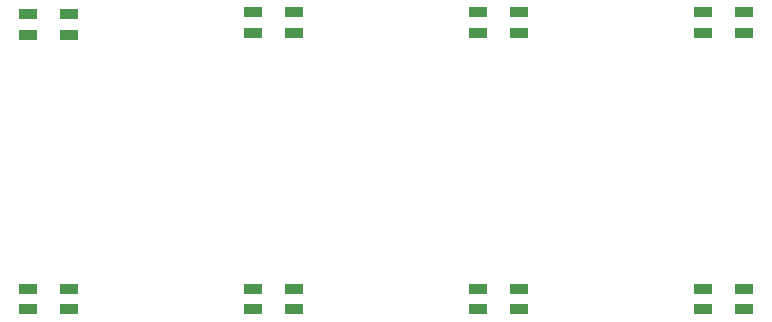
<source format=gbr>
%TF.GenerationSoftware,KiCad,Pcbnew,9.0.6*%
%TF.CreationDate,2025-12-17T11:58:43+01:00*%
%TF.ProjectId,HackPad,4861636b-5061-4642-9e6b-696361645f70,rev?*%
%TF.SameCoordinates,Original*%
%TF.FileFunction,Paste,Top*%
%TF.FilePolarity,Positive*%
%FSLAX46Y46*%
G04 Gerber Fmt 4.6, Leading zero omitted, Abs format (unit mm)*
G04 Created by KiCad (PCBNEW 9.0.6) date 2025-12-17 11:58:43*
%MOMM*%
%LPD*%
G01*
G04 APERTURE LIST*
%ADD10R,1.600000X0.850000*%
G04 APERTURE END LIST*
D10*
%TO.C,D7*%
X131282500Y-133427500D03*
X131282500Y-135177500D03*
X134782500Y-135177500D03*
X134782500Y-133427500D03*
%TD*%
%TO.C,D1*%
X112232500Y-110168750D03*
X112232500Y-111918750D03*
X115732500Y-111918750D03*
X115732500Y-110168750D03*
%TD*%
%TO.C,D3*%
X150332500Y-110047500D03*
X150332500Y-111797500D03*
X153832500Y-111797500D03*
X153832500Y-110047500D03*
%TD*%
%TO.C,D4*%
X169382500Y-110047500D03*
X169382500Y-111797500D03*
X172882500Y-111797500D03*
X172882500Y-110047500D03*
%TD*%
%TO.C,D5*%
X169382500Y-133427500D03*
X169382500Y-135177500D03*
X172882500Y-135177500D03*
X172882500Y-133427500D03*
%TD*%
%TO.C,D8*%
X112232500Y-133427500D03*
X112232500Y-135177500D03*
X115732500Y-135177500D03*
X115732500Y-133427500D03*
%TD*%
%TO.C,D6*%
X150332500Y-133427500D03*
X150332500Y-135177500D03*
X153832500Y-135177500D03*
X153832500Y-133427500D03*
%TD*%
%TO.C,D2*%
X131282500Y-110047500D03*
X131282500Y-111797500D03*
X134782500Y-111797500D03*
X134782500Y-110047500D03*
%TD*%
M02*

</source>
